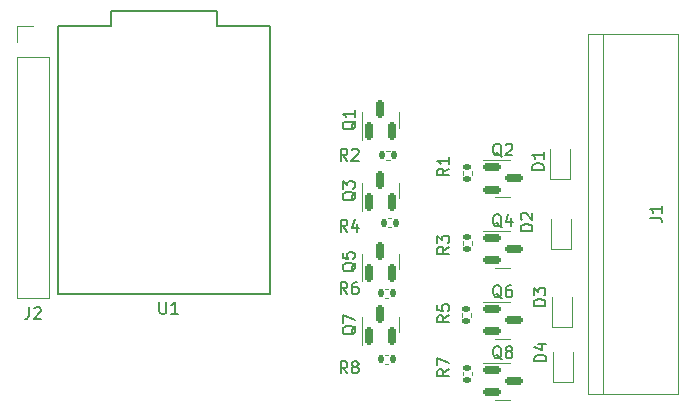
<source format=gto>
G04 #@! TF.GenerationSoftware,KiCad,Pcbnew,6.0.11+dfsg-1*
G04 #@! TF.CreationDate,2026-01-16T17:50:55+01:00*
G04 #@! TF.ProjectId,bed-remote,6265642d-7265-46d6-9f74-652e6b696361,rev?*
G04 #@! TF.SameCoordinates,Original*
G04 #@! TF.FileFunction,Legend,Top*
G04 #@! TF.FilePolarity,Positive*
%FSLAX46Y46*%
G04 Gerber Fmt 4.6, Leading zero omitted, Abs format (unit mm)*
G04 Created by KiCad (PCBNEW 6.0.11+dfsg-1) date 2026-01-16 17:50:55*
%MOMM*%
%LPD*%
G01*
G04 APERTURE LIST*
G04 Aperture macros list*
%AMRoundRect*
0 Rectangle with rounded corners*
0 $1 Rounding radius*
0 $2 $3 $4 $5 $6 $7 $8 $9 X,Y pos of 4 corners*
0 Add a 4 corners polygon primitive as box body*
4,1,4,$2,$3,$4,$5,$6,$7,$8,$9,$2,$3,0*
0 Add four circle primitives for the rounded corners*
1,1,$1+$1,$2,$3*
1,1,$1+$1,$4,$5*
1,1,$1+$1,$6,$7*
1,1,$1+$1,$8,$9*
0 Add four rect primitives between the rounded corners*
20,1,$1+$1,$2,$3,$4,$5,0*
20,1,$1+$1,$4,$5,$6,$7,0*
20,1,$1+$1,$6,$7,$8,$9,0*
20,1,$1+$1,$8,$9,$2,$3,0*%
G04 Aperture macros list end*
%ADD10C,0.150000*%
%ADD11C,0.120000*%
%ADD12C,0.127000*%
%ADD13R,1.700000X1.700000*%
%ADD14O,1.700000X1.700000*%
%ADD15RoundRect,0.135000X-0.185000X0.135000X-0.185000X-0.135000X0.185000X-0.135000X0.185000X0.135000X0*%
%ADD16R,0.450000X0.600000*%
%ADD17RoundRect,0.135000X-0.135000X-0.185000X0.135000X-0.185000X0.135000X0.185000X-0.135000X0.185000X0*%
%ADD18RoundRect,0.150000X-0.587500X-0.150000X0.587500X-0.150000X0.587500X0.150000X-0.587500X0.150000X0*%
%ADD19R,3.000000X3.000000*%
%ADD20C,3.000000*%
%ADD21RoundRect,0.150000X0.150000X-0.587500X0.150000X0.587500X-0.150000X0.587500X-0.150000X-0.587500X0*%
%ADD22C,1.552000*%
G04 APERTURE END LIST*
D10*
X38886666Y-43912380D02*
X38886666Y-44626666D01*
X38839047Y-44769523D01*
X38743809Y-44864761D01*
X38600952Y-44912380D01*
X38505714Y-44912380D01*
X39315238Y-44007619D02*
X39362857Y-43960000D01*
X39458095Y-43912380D01*
X39696190Y-43912380D01*
X39791428Y-43960000D01*
X39839047Y-44007619D01*
X39886666Y-44102857D01*
X39886666Y-44198095D01*
X39839047Y-44340952D01*
X39267619Y-44912380D01*
X39886666Y-44912380D01*
X74452380Y-49166666D02*
X73976190Y-49500000D01*
X74452380Y-49738095D02*
X73452380Y-49738095D01*
X73452380Y-49357142D01*
X73500000Y-49261904D01*
X73547619Y-49214285D01*
X73642857Y-49166666D01*
X73785714Y-49166666D01*
X73880952Y-49214285D01*
X73928571Y-49261904D01*
X73976190Y-49357142D01*
X73976190Y-49738095D01*
X73452380Y-48833333D02*
X73452380Y-48166666D01*
X74452380Y-48595238D01*
X82477380Y-32288095D02*
X81477380Y-32288095D01*
X81477380Y-32050000D01*
X81525000Y-31907142D01*
X81620238Y-31811904D01*
X81715476Y-31764285D01*
X81905952Y-31716666D01*
X82048809Y-31716666D01*
X82239285Y-31764285D01*
X82334523Y-31811904D01*
X82429761Y-31907142D01*
X82477380Y-32050000D01*
X82477380Y-32288095D01*
X82477380Y-30764285D02*
X82477380Y-31335714D01*
X82477380Y-31050000D02*
X81477380Y-31050000D01*
X81620238Y-31145238D01*
X81715476Y-31240476D01*
X81763095Y-31335714D01*
X74452380Y-44604384D02*
X73976190Y-44937718D01*
X74452380Y-45175813D02*
X73452380Y-45175813D01*
X73452380Y-44794860D01*
X73500000Y-44699622D01*
X73547619Y-44652003D01*
X73642857Y-44604384D01*
X73785714Y-44604384D01*
X73880952Y-44652003D01*
X73928571Y-44699622D01*
X73976190Y-44794860D01*
X73976190Y-45175813D01*
X73452380Y-43699622D02*
X73452380Y-44175813D01*
X73928571Y-44223432D01*
X73880952Y-44175813D01*
X73833333Y-44080575D01*
X73833333Y-43842479D01*
X73880952Y-43747241D01*
X73928571Y-43699622D01*
X74023809Y-43652003D01*
X74261904Y-43652003D01*
X74357142Y-43699622D01*
X74404761Y-43747241D01*
X74452380Y-43842479D01*
X74452380Y-44080575D01*
X74404761Y-44175813D01*
X74357142Y-44223432D01*
X82677380Y-48488095D02*
X81677380Y-48488095D01*
X81677380Y-48250000D01*
X81725000Y-48107142D01*
X81820238Y-48011904D01*
X81915476Y-47964285D01*
X82105952Y-47916666D01*
X82248809Y-47916666D01*
X82439285Y-47964285D01*
X82534523Y-48011904D01*
X82629761Y-48107142D01*
X82677380Y-48250000D01*
X82677380Y-48488095D01*
X82010714Y-47059523D02*
X82677380Y-47059523D01*
X81629761Y-47297619D02*
X82344047Y-47535714D01*
X82344047Y-46916666D01*
X65833333Y-37502380D02*
X65500000Y-37026190D01*
X65261904Y-37502380D02*
X65261904Y-36502380D01*
X65642857Y-36502380D01*
X65738095Y-36550000D01*
X65785714Y-36597619D01*
X65833333Y-36692857D01*
X65833333Y-36835714D01*
X65785714Y-36930952D01*
X65738095Y-36978571D01*
X65642857Y-37026190D01*
X65261904Y-37026190D01*
X66690476Y-36835714D02*
X66690476Y-37502380D01*
X66452380Y-36454761D02*
X66214285Y-37169047D01*
X66833333Y-37169047D01*
X78904761Y-48310119D02*
X78809523Y-48262500D01*
X78714285Y-48167261D01*
X78571428Y-48024404D01*
X78476190Y-47976785D01*
X78380952Y-47976785D01*
X78428571Y-48214880D02*
X78333333Y-48167261D01*
X78238095Y-48072023D01*
X78190476Y-47881547D01*
X78190476Y-47548214D01*
X78238095Y-47357738D01*
X78333333Y-47262500D01*
X78428571Y-47214880D01*
X78619047Y-47214880D01*
X78714285Y-47262500D01*
X78809523Y-47357738D01*
X78857142Y-47548214D01*
X78857142Y-47881547D01*
X78809523Y-48072023D01*
X78714285Y-48167261D01*
X78619047Y-48214880D01*
X78428571Y-48214880D01*
X79428571Y-47643452D02*
X79333333Y-47595833D01*
X79285714Y-47548214D01*
X79238095Y-47452976D01*
X79238095Y-47405357D01*
X79285714Y-47310119D01*
X79333333Y-47262500D01*
X79428571Y-47214880D01*
X79619047Y-47214880D01*
X79714285Y-47262500D01*
X79761904Y-47310119D01*
X79809523Y-47405357D01*
X79809523Y-47452976D01*
X79761904Y-47548214D01*
X79714285Y-47595833D01*
X79619047Y-47643452D01*
X79428571Y-47643452D01*
X79333333Y-47691071D01*
X79285714Y-47738690D01*
X79238095Y-47833928D01*
X79238095Y-48024404D01*
X79285714Y-48119642D01*
X79333333Y-48167261D01*
X79428571Y-48214880D01*
X79619047Y-48214880D01*
X79714285Y-48167261D01*
X79761904Y-48119642D01*
X79809523Y-48024404D01*
X79809523Y-47833928D01*
X79761904Y-47738690D01*
X79714285Y-47691071D01*
X79619047Y-47643452D01*
X78904761Y-37147619D02*
X78809523Y-37100000D01*
X78714285Y-37004761D01*
X78571428Y-36861904D01*
X78476190Y-36814285D01*
X78380952Y-36814285D01*
X78428571Y-37052380D02*
X78333333Y-37004761D01*
X78238095Y-36909523D01*
X78190476Y-36719047D01*
X78190476Y-36385714D01*
X78238095Y-36195238D01*
X78333333Y-36100000D01*
X78428571Y-36052380D01*
X78619047Y-36052380D01*
X78714285Y-36100000D01*
X78809523Y-36195238D01*
X78857142Y-36385714D01*
X78857142Y-36719047D01*
X78809523Y-36909523D01*
X78714285Y-37004761D01*
X78619047Y-37052380D01*
X78428571Y-37052380D01*
X79714285Y-36385714D02*
X79714285Y-37052380D01*
X79476190Y-36004761D02*
X79238095Y-36719047D01*
X79857142Y-36719047D01*
X91452380Y-36333333D02*
X92166666Y-36333333D01*
X92309523Y-36380952D01*
X92404761Y-36476190D01*
X92452380Y-36619047D01*
X92452380Y-36714285D01*
X92452380Y-35333333D02*
X92452380Y-35904761D01*
X92452380Y-35619047D02*
X91452380Y-35619047D01*
X91595238Y-35714285D01*
X91690476Y-35809523D01*
X91738095Y-35904761D01*
X78904761Y-43147619D02*
X78809523Y-43100000D01*
X78714285Y-43004761D01*
X78571428Y-42861904D01*
X78476190Y-42814285D01*
X78380952Y-42814285D01*
X78428571Y-43052380D02*
X78333333Y-43004761D01*
X78238095Y-42909523D01*
X78190476Y-42719047D01*
X78190476Y-42385714D01*
X78238095Y-42195238D01*
X78333333Y-42100000D01*
X78428571Y-42052380D01*
X78619047Y-42052380D01*
X78714285Y-42100000D01*
X78809523Y-42195238D01*
X78857142Y-42385714D01*
X78857142Y-42719047D01*
X78809523Y-42909523D01*
X78714285Y-43004761D01*
X78619047Y-43052380D01*
X78428571Y-43052380D01*
X79714285Y-42052380D02*
X79523809Y-42052380D01*
X79428571Y-42100000D01*
X79380952Y-42147619D01*
X79285714Y-42290476D01*
X79238095Y-42480952D01*
X79238095Y-42861904D01*
X79285714Y-42957142D01*
X79333333Y-43004761D01*
X79428571Y-43052380D01*
X79619047Y-43052380D01*
X79714285Y-43004761D01*
X79761904Y-42957142D01*
X79809523Y-42861904D01*
X79809523Y-42623809D01*
X79761904Y-42528571D01*
X79714285Y-42480952D01*
X79619047Y-42433333D01*
X79428571Y-42433333D01*
X79333333Y-42480952D01*
X79285714Y-42528571D01*
X79238095Y-42623809D01*
X65833333Y-31502380D02*
X65500000Y-31026190D01*
X65261904Y-31502380D02*
X65261904Y-30502380D01*
X65642857Y-30502380D01*
X65738095Y-30550000D01*
X65785714Y-30597619D01*
X65833333Y-30692857D01*
X65833333Y-30835714D01*
X65785714Y-30930952D01*
X65738095Y-30978571D01*
X65642857Y-31026190D01*
X65261904Y-31026190D01*
X66214285Y-30597619D02*
X66261904Y-30550000D01*
X66357142Y-30502380D01*
X66595238Y-30502380D01*
X66690476Y-30550000D01*
X66738095Y-30597619D01*
X66785714Y-30692857D01*
X66785714Y-30788095D01*
X66738095Y-30930952D01*
X66166666Y-31502380D01*
X66785714Y-31502380D01*
X66547619Y-34145238D02*
X66500000Y-34240476D01*
X66404761Y-34335714D01*
X66261904Y-34478571D01*
X66214285Y-34573809D01*
X66214285Y-34669047D01*
X66452380Y-34621428D02*
X66404761Y-34716666D01*
X66309523Y-34811904D01*
X66119047Y-34859523D01*
X65785714Y-34859523D01*
X65595238Y-34811904D01*
X65500000Y-34716666D01*
X65452380Y-34621428D01*
X65452380Y-34430952D01*
X65500000Y-34335714D01*
X65595238Y-34240476D01*
X65785714Y-34192857D01*
X66119047Y-34192857D01*
X66309523Y-34240476D01*
X66404761Y-34335714D01*
X66452380Y-34430952D01*
X66452380Y-34621428D01*
X65452380Y-33859523D02*
X65452380Y-33240476D01*
X65833333Y-33573809D01*
X65833333Y-33430952D01*
X65880952Y-33335714D01*
X65928571Y-33288095D01*
X66023809Y-33240476D01*
X66261904Y-33240476D01*
X66357142Y-33288095D01*
X66404761Y-33335714D01*
X66452380Y-33430952D01*
X66452380Y-33716666D01*
X66404761Y-33811904D01*
X66357142Y-33859523D01*
X65833333Y-42797489D02*
X65500000Y-42321299D01*
X65261904Y-42797489D02*
X65261904Y-41797489D01*
X65642857Y-41797489D01*
X65738095Y-41845109D01*
X65785714Y-41892728D01*
X65833333Y-41987966D01*
X65833333Y-42130823D01*
X65785714Y-42226061D01*
X65738095Y-42273680D01*
X65642857Y-42321299D01*
X65261904Y-42321299D01*
X66690476Y-41797489D02*
X66500000Y-41797489D01*
X66404761Y-41845109D01*
X66357142Y-41892728D01*
X66261904Y-42035585D01*
X66214285Y-42226061D01*
X66214285Y-42607013D01*
X66261904Y-42702251D01*
X66309523Y-42749870D01*
X66404761Y-42797489D01*
X66595238Y-42797489D01*
X66690476Y-42749870D01*
X66738095Y-42702251D01*
X66785714Y-42607013D01*
X66785714Y-42368918D01*
X66738095Y-42273680D01*
X66690476Y-42226061D01*
X66595238Y-42178442D01*
X66404761Y-42178442D01*
X66309523Y-42226061D01*
X66261904Y-42273680D01*
X66214285Y-42368918D01*
X66547619Y-45490347D02*
X66500000Y-45585585D01*
X66404761Y-45680823D01*
X66261904Y-45823680D01*
X66214285Y-45918918D01*
X66214285Y-46014156D01*
X66452380Y-45966537D02*
X66404761Y-46061775D01*
X66309523Y-46157013D01*
X66119047Y-46204632D01*
X65785714Y-46204632D01*
X65595238Y-46157013D01*
X65500000Y-46061775D01*
X65452380Y-45966537D01*
X65452380Y-45776061D01*
X65500000Y-45680823D01*
X65595238Y-45585585D01*
X65785714Y-45537966D01*
X66119047Y-45537966D01*
X66309523Y-45585585D01*
X66404761Y-45680823D01*
X66452380Y-45776061D01*
X66452380Y-45966537D01*
X65452380Y-45204632D02*
X65452380Y-44537966D01*
X66452380Y-44966537D01*
X49918095Y-43452380D02*
X49918095Y-44261904D01*
X49965714Y-44357142D01*
X50013333Y-44404761D01*
X50108571Y-44452380D01*
X50299047Y-44452380D01*
X50394285Y-44404761D01*
X50441904Y-44357142D01*
X50489523Y-44261904D01*
X50489523Y-43452380D01*
X51489523Y-44452380D02*
X50918095Y-44452380D01*
X51203809Y-44452380D02*
X51203809Y-43452380D01*
X51108571Y-43595238D01*
X51013333Y-43690476D01*
X50918095Y-43738095D01*
X66547619Y-28140347D02*
X66500000Y-28235585D01*
X66404761Y-28330823D01*
X66261904Y-28473680D01*
X66214285Y-28568918D01*
X66214285Y-28664156D01*
X66452380Y-28616537D02*
X66404761Y-28711775D01*
X66309523Y-28807013D01*
X66119047Y-28854632D01*
X65785714Y-28854632D01*
X65595238Y-28807013D01*
X65500000Y-28711775D01*
X65452380Y-28616537D01*
X65452380Y-28426061D01*
X65500000Y-28330823D01*
X65595238Y-28235585D01*
X65785714Y-28187966D01*
X66119047Y-28187966D01*
X66309523Y-28235585D01*
X66404761Y-28330823D01*
X66452380Y-28426061D01*
X66452380Y-28616537D01*
X66452380Y-27235585D02*
X66452380Y-27807013D01*
X66452380Y-27521299D02*
X65452380Y-27521299D01*
X65595238Y-27616537D01*
X65690476Y-27711775D01*
X65738095Y-27807013D01*
X65833333Y-49502380D02*
X65500000Y-49026190D01*
X65261904Y-49502380D02*
X65261904Y-48502380D01*
X65642857Y-48502380D01*
X65738095Y-48550000D01*
X65785714Y-48597619D01*
X65833333Y-48692857D01*
X65833333Y-48835714D01*
X65785714Y-48930952D01*
X65738095Y-48978571D01*
X65642857Y-49026190D01*
X65261904Y-49026190D01*
X66404761Y-48930952D02*
X66309523Y-48883333D01*
X66261904Y-48835714D01*
X66214285Y-48740476D01*
X66214285Y-48692857D01*
X66261904Y-48597619D01*
X66309523Y-48550000D01*
X66404761Y-48502380D01*
X66595238Y-48502380D01*
X66690476Y-48550000D01*
X66738095Y-48597619D01*
X66785714Y-48692857D01*
X66785714Y-48740476D01*
X66738095Y-48835714D01*
X66690476Y-48883333D01*
X66595238Y-48930952D01*
X66404761Y-48930952D01*
X66309523Y-48978571D01*
X66261904Y-49026190D01*
X66214285Y-49121428D01*
X66214285Y-49311904D01*
X66261904Y-49407142D01*
X66309523Y-49454761D01*
X66404761Y-49502380D01*
X66595238Y-49502380D01*
X66690476Y-49454761D01*
X66738095Y-49407142D01*
X66785714Y-49311904D01*
X66785714Y-49121428D01*
X66738095Y-49026190D01*
X66690476Y-48978571D01*
X66595238Y-48930952D01*
X78904761Y-31147619D02*
X78809523Y-31100000D01*
X78714285Y-31004761D01*
X78571428Y-30861904D01*
X78476190Y-30814285D01*
X78380952Y-30814285D01*
X78428571Y-31052380D02*
X78333333Y-31004761D01*
X78238095Y-30909523D01*
X78190476Y-30719047D01*
X78190476Y-30385714D01*
X78238095Y-30195238D01*
X78333333Y-30100000D01*
X78428571Y-30052380D01*
X78619047Y-30052380D01*
X78714285Y-30100000D01*
X78809523Y-30195238D01*
X78857142Y-30385714D01*
X78857142Y-30719047D01*
X78809523Y-30909523D01*
X78714285Y-31004761D01*
X78619047Y-31052380D01*
X78428571Y-31052380D01*
X79238095Y-30147619D02*
X79285714Y-30100000D01*
X79380952Y-30052380D01*
X79619047Y-30052380D01*
X79714285Y-30100000D01*
X79761904Y-30147619D01*
X79809523Y-30242857D01*
X79809523Y-30338095D01*
X79761904Y-30480952D01*
X79190476Y-31052380D01*
X79809523Y-31052380D01*
X66547619Y-40140347D02*
X66500000Y-40235585D01*
X66404761Y-40330823D01*
X66261904Y-40473680D01*
X66214285Y-40568918D01*
X66214285Y-40664156D01*
X66452380Y-40616537D02*
X66404761Y-40711775D01*
X66309523Y-40807013D01*
X66119047Y-40854632D01*
X65785714Y-40854632D01*
X65595238Y-40807013D01*
X65500000Y-40711775D01*
X65452380Y-40616537D01*
X65452380Y-40426061D01*
X65500000Y-40330823D01*
X65595238Y-40235585D01*
X65785714Y-40187966D01*
X66119047Y-40187966D01*
X66309523Y-40235585D01*
X66404761Y-40330823D01*
X66452380Y-40426061D01*
X66452380Y-40616537D01*
X65452380Y-39283204D02*
X65452380Y-39759394D01*
X65928571Y-39807013D01*
X65880952Y-39759394D01*
X65833333Y-39664156D01*
X65833333Y-39426061D01*
X65880952Y-39330823D01*
X65928571Y-39283204D01*
X66023809Y-39235585D01*
X66261904Y-39235585D01*
X66357142Y-39283204D01*
X66404761Y-39330823D01*
X66452380Y-39426061D01*
X66452380Y-39664156D01*
X66404761Y-39759394D01*
X66357142Y-39807013D01*
X74452380Y-38795307D02*
X73976190Y-39128641D01*
X74452380Y-39366736D02*
X73452380Y-39366736D01*
X73452380Y-38985783D01*
X73500000Y-38890545D01*
X73547619Y-38842926D01*
X73642857Y-38795307D01*
X73785714Y-38795307D01*
X73880952Y-38842926D01*
X73928571Y-38890545D01*
X73976190Y-38985783D01*
X73976190Y-39366736D01*
X73452380Y-38461974D02*
X73452380Y-37842926D01*
X73833333Y-38176260D01*
X73833333Y-38033402D01*
X73880952Y-37938164D01*
X73928571Y-37890545D01*
X74023809Y-37842926D01*
X74261904Y-37842926D01*
X74357142Y-37890545D01*
X74404761Y-37938164D01*
X74452380Y-38033402D01*
X74452380Y-38319117D01*
X74404761Y-38414355D01*
X74357142Y-38461974D01*
X81502380Y-37438095D02*
X80502380Y-37438095D01*
X80502380Y-37200000D01*
X80550000Y-37057142D01*
X80645238Y-36961904D01*
X80740476Y-36914285D01*
X80930952Y-36866666D01*
X81073809Y-36866666D01*
X81264285Y-36914285D01*
X81359523Y-36961904D01*
X81454761Y-37057142D01*
X81502380Y-37200000D01*
X81502380Y-37438095D01*
X80597619Y-36485714D02*
X80550000Y-36438095D01*
X80502380Y-36342857D01*
X80502380Y-36104761D01*
X80550000Y-36009523D01*
X80597619Y-35961904D01*
X80692857Y-35914285D01*
X80788095Y-35914285D01*
X80930952Y-35961904D01*
X81502380Y-36533333D01*
X81502380Y-35914285D01*
X74452380Y-32166666D02*
X73976190Y-32500000D01*
X74452380Y-32738095D02*
X73452380Y-32738095D01*
X73452380Y-32357142D01*
X73500000Y-32261904D01*
X73547619Y-32214285D01*
X73642857Y-32166666D01*
X73785714Y-32166666D01*
X73880952Y-32214285D01*
X73928571Y-32261904D01*
X73976190Y-32357142D01*
X73976190Y-32738095D01*
X74452380Y-31214285D02*
X74452380Y-31785714D01*
X74452380Y-31500000D02*
X73452380Y-31500000D01*
X73595238Y-31595238D01*
X73690476Y-31690476D01*
X73738095Y-31785714D01*
X82602380Y-43788095D02*
X81602380Y-43788095D01*
X81602380Y-43550000D01*
X81650000Y-43407142D01*
X81745238Y-43311904D01*
X81840476Y-43264285D01*
X82030952Y-43216666D01*
X82173809Y-43216666D01*
X82364285Y-43264285D01*
X82459523Y-43311904D01*
X82554761Y-43407142D01*
X82602380Y-43550000D01*
X82602380Y-43788095D01*
X81602380Y-42883333D02*
X81602380Y-42264285D01*
X81983333Y-42597619D01*
X81983333Y-42454761D01*
X82030952Y-42359523D01*
X82078571Y-42311904D01*
X82173809Y-42264285D01*
X82411904Y-42264285D01*
X82507142Y-42311904D01*
X82554761Y-42359523D01*
X82602380Y-42454761D01*
X82602380Y-42740476D01*
X82554761Y-42835714D01*
X82507142Y-42883333D01*
D11*
X37890000Y-21460000D02*
X37890000Y-20130000D01*
X37890000Y-22730000D02*
X37890000Y-43110000D01*
X40550000Y-22730000D02*
X40550000Y-43110000D01*
X37890000Y-22730000D02*
X40550000Y-22730000D01*
X37890000Y-43110000D02*
X40550000Y-43110000D01*
X37890000Y-20130000D02*
X39220000Y-20130000D01*
X75620000Y-49371359D02*
X75620000Y-49678641D01*
X76380000Y-49371359D02*
X76380000Y-49678641D01*
X84725000Y-33050000D02*
X84725000Y-30500000D01*
X83025000Y-33050000D02*
X83025000Y-30500000D01*
X83025000Y-33050000D02*
X84725000Y-33050000D01*
X75510000Y-44437718D02*
X75510000Y-44745000D01*
X76270000Y-44437718D02*
X76270000Y-44745000D01*
X83225000Y-50250000D02*
X84925000Y-50250000D01*
X83225000Y-50250000D02*
X83225000Y-47700000D01*
X84925000Y-50250000D02*
X84925000Y-47700000D01*
X69263757Y-36395109D02*
X69571039Y-36395109D01*
X69263757Y-37155109D02*
X69571039Y-37155109D01*
X79000000Y-48602500D02*
X77325000Y-48602500D01*
X79000000Y-51722500D02*
X79650000Y-51722500D01*
X79000000Y-48602500D02*
X79650000Y-48602500D01*
X79000000Y-51722500D02*
X78350000Y-51722500D01*
X79000000Y-40560000D02*
X78350000Y-40560000D01*
X79000000Y-37440000D02*
X79650000Y-37440000D01*
X79000000Y-40560000D02*
X79650000Y-40560000D01*
X79000000Y-37440000D02*
X77325000Y-37440000D01*
X93810000Y-20760000D02*
X93810000Y-51240000D01*
X86190000Y-51240000D02*
X93810000Y-51240000D01*
X87460000Y-20760000D02*
X87460000Y-51240000D01*
X93810000Y-20760000D02*
X86190000Y-20760000D01*
X86190000Y-20760000D02*
X86190000Y-51240000D01*
X79000000Y-46560000D02*
X78350000Y-46560000D01*
X79000000Y-43440000D02*
X77325000Y-43440000D01*
X79000000Y-43440000D02*
X79650000Y-43440000D01*
X79000000Y-46560000D02*
X79650000Y-46560000D01*
X69146475Y-30665109D02*
X69453757Y-30665109D01*
X69146475Y-31425109D02*
X69453757Y-31425109D01*
X67075116Y-34045109D02*
X67075116Y-35720109D01*
X70195116Y-34045109D02*
X70195116Y-34695109D01*
X70195116Y-34045109D02*
X70195116Y-33395109D01*
X67075116Y-34045109D02*
X67075116Y-33395109D01*
X69006475Y-42345109D02*
X69313757Y-42345109D01*
X69006475Y-43105109D02*
X69313757Y-43105109D01*
X70195116Y-45395109D02*
X70195116Y-44745109D01*
X70195116Y-45395109D02*
X70195116Y-46045109D01*
X67075116Y-45395109D02*
X67075116Y-44745109D01*
X67075116Y-45395109D02*
X67075116Y-47070109D01*
D12*
X45800000Y-20100000D02*
X41300000Y-20100000D01*
X59300000Y-42800000D02*
X59300000Y-20100000D01*
X59300000Y-42800000D02*
X41300000Y-42800000D01*
X54800000Y-18800000D02*
X45800000Y-18800000D01*
X54800000Y-18800000D02*
X54800000Y-20100000D01*
X59300000Y-20100000D02*
X54800000Y-20100000D01*
X45800000Y-18800000D02*
X45800000Y-20100000D01*
X41300000Y-42800000D02*
X41300000Y-20100000D01*
D11*
X67075116Y-28045109D02*
X67075116Y-29720109D01*
X70195116Y-28045109D02*
X70195116Y-28695109D01*
X70195116Y-28045109D02*
X70195116Y-27395109D01*
X67075116Y-28045109D02*
X67075116Y-27395109D01*
X69006475Y-47935109D02*
X69313757Y-47935109D01*
X69006475Y-48695109D02*
X69313757Y-48695109D01*
X79000000Y-34560000D02*
X78350000Y-34560000D01*
X79000000Y-34560000D02*
X79650000Y-34560000D01*
X79000000Y-31440000D02*
X77325000Y-31440000D01*
X79000000Y-31440000D02*
X79650000Y-31440000D01*
X70195116Y-40045109D02*
X70195116Y-39395109D01*
X70195116Y-40045109D02*
X70195116Y-40695109D01*
X67075116Y-40045109D02*
X67075116Y-39395109D01*
X67075116Y-40045109D02*
X67075116Y-41720109D01*
X76380000Y-38321359D02*
X76380000Y-38628641D01*
X75620000Y-38321359D02*
X75620000Y-38628641D01*
X83075000Y-38950000D02*
X84775000Y-38950000D01*
X84775000Y-38950000D02*
X84775000Y-36400000D01*
X83075000Y-38950000D02*
X83075000Y-36400000D01*
X75620000Y-32371359D02*
X75620000Y-32678641D01*
X76380000Y-32371359D02*
X76380000Y-32678641D01*
X83150000Y-45550000D02*
X84850000Y-45550000D01*
X83150000Y-45550000D02*
X83150000Y-43000000D01*
X84850000Y-45550000D02*
X84850000Y-43000000D01*
%LPC*%
D13*
X39220000Y-21460000D03*
D14*
X39220000Y-24000000D03*
X39220000Y-26540000D03*
X39220000Y-29080000D03*
X39220000Y-31620000D03*
X39220000Y-34160000D03*
X39220000Y-36700000D03*
X39220000Y-39240000D03*
X39220000Y-41780000D03*
D15*
X76000000Y-49015000D03*
X76000000Y-50035000D03*
D16*
X83875000Y-32600000D03*
X83875000Y-30500000D03*
D15*
X75890000Y-44081359D03*
X75890000Y-45101359D03*
D16*
X84075000Y-49800000D03*
X84075000Y-47700000D03*
D17*
X68907398Y-36775109D03*
X69927398Y-36775109D03*
D18*
X78062500Y-49212500D03*
X78062500Y-51112500D03*
X79937500Y-50162500D03*
X78062500Y-38050000D03*
X78062500Y-39950000D03*
X79937500Y-39000000D03*
D19*
X90000000Y-23300000D03*
D20*
X90000000Y-28380000D03*
X90000000Y-33460000D03*
X90000000Y-38540000D03*
X90000000Y-43620000D03*
X90000000Y-48700000D03*
D18*
X78062500Y-44050000D03*
X78062500Y-45950000D03*
X79937500Y-45000000D03*
D17*
X68790116Y-31045109D03*
X69810116Y-31045109D03*
D21*
X67685116Y-34982609D03*
X69585116Y-34982609D03*
X68635116Y-33107609D03*
D17*
X68650116Y-42725109D03*
X69670116Y-42725109D03*
D21*
X67685116Y-46332609D03*
X69585116Y-46332609D03*
X68635116Y-44457609D03*
D22*
X57920000Y-39330000D03*
X57920000Y-36790000D03*
X57920000Y-34250000D03*
X57920000Y-31710000D03*
X57920000Y-26630000D03*
X57920000Y-29170000D03*
X42680000Y-21550000D03*
X57920000Y-21550000D03*
X42680000Y-24090000D03*
X42680000Y-26630000D03*
X42680000Y-29170000D03*
X42680000Y-31710000D03*
X42680000Y-34250000D03*
X42680000Y-36790000D03*
X42680000Y-39330000D03*
X57920000Y-24090000D03*
D21*
X67685116Y-28982609D03*
X69585116Y-28982609D03*
X68635116Y-27107609D03*
D17*
X68650116Y-48315109D03*
X69670116Y-48315109D03*
D18*
X78062500Y-32050000D03*
X78062500Y-33950000D03*
X79937500Y-33000000D03*
D21*
X67685116Y-40982609D03*
X69585116Y-40982609D03*
X68635116Y-39107609D03*
D15*
X76000000Y-37965000D03*
X76000000Y-38985000D03*
D16*
X83925000Y-38500000D03*
X83925000Y-36400000D03*
D15*
X76000000Y-32015000D03*
X76000000Y-33035000D03*
D16*
X84000000Y-45100000D03*
X84000000Y-43000000D03*
M02*

</source>
